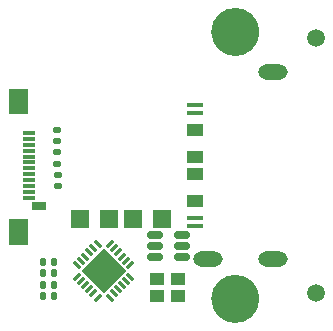
<source format=gbr>
%TF.GenerationSoftware,KiCad,Pcbnew,8.0.8*%
%TF.CreationDate,2025-02-21T00:18:55+11:00*%
%TF.ProjectId,FrameworkDongleHiderRetrofit,4672616d-6577-46f7-926b-446f6e676c65,rev?*%
%TF.SameCoordinates,Original*%
%TF.FileFunction,Soldermask,Top*%
%TF.FilePolarity,Negative*%
%FSLAX46Y46*%
G04 Gerber Fmt 4.6, Leading zero omitted, Abs format (unit mm)*
G04 Created by KiCad (PCBNEW 8.0.8) date 2025-02-21 00:18:55*
%MOMM*%
%LPD*%
G01*
G04 APERTURE LIST*
G04 Aperture macros list*
%AMRoundRect*
0 Rectangle with rounded corners*
0 $1 Rounding radius*
0 $2 $3 $4 $5 $6 $7 $8 $9 X,Y pos of 4 corners*
0 Add a 4 corners polygon primitive as box body*
4,1,4,$2,$3,$4,$5,$6,$7,$8,$9,$2,$3,0*
0 Add four circle primitives for the rounded corners*
1,1,$1+$1,$2,$3*
1,1,$1+$1,$4,$5*
1,1,$1+$1,$6,$7*
1,1,$1+$1,$8,$9*
0 Add four rect primitives between the rounded corners*
20,1,$1+$1,$2,$3,$4,$5,0*
20,1,$1+$1,$4,$5,$6,$7,0*
20,1,$1+$1,$6,$7,$8,$9,0*
20,1,$1+$1,$8,$9,$2,$3,0*%
%AMRotRect*
0 Rectangle, with rotation*
0 The origin of the aperture is its center*
0 $1 length*
0 $2 width*
0 $3 Rotation angle, in degrees counterclockwise*
0 Add horizontal line*
21,1,$1,$2,0,0,$3*%
G04 Aperture macros list end*
%ADD10C,2.050000*%
%ADD11C,0.100000*%
%ADD12RoundRect,0.140000X0.140000X0.170000X-0.140000X0.170000X-0.140000X-0.170000X0.140000X-0.170000X0*%
%ADD13RoundRect,0.140000X0.170000X-0.140000X0.170000X0.140000X-0.170000X0.140000X-0.170000X-0.140000X0*%
%ADD14R,1.150000X1.000000*%
%ADD15R,1.500000X1.500000*%
%ADD16RoundRect,0.150000X0.512500X0.150000X-0.512500X0.150000X-0.512500X-0.150000X0.512500X-0.150000X0*%
%ADD17RoundRect,0.062500X0.291682X-0.203293X-0.203293X0.291682X-0.291682X0.203293X0.203293X-0.291682X0*%
%ADD18RoundRect,0.062500X0.291682X0.203293X0.203293X0.291682X-0.291682X-0.203293X-0.203293X-0.291682X0*%
%ADD19RotRect,2.700000X2.700000X135.000000*%
%ADD20R,1.000000X0.380000*%
%ADD21R,1.150000X0.700000*%
%ADD22C,1.500000*%
%ADD23R,1.400000X1.000000*%
%ADD24R,1.400000X0.450000*%
%ADD25R,1.400000X0.455000*%
%ADD26O,2.500000X1.300000*%
%ADD27RoundRect,0.135000X-0.185000X0.135000X-0.185000X-0.135000X0.185000X-0.135000X0.185000X0.135000X0*%
G04 APERTURE END LIST*
D10*
X155802500Y-90440000D02*
G75*
G02*
X153752500Y-90440000I-1025000J0D01*
G01*
X153752500Y-90440000D02*
G75*
G02*
X155802500Y-90440000I1025000J0D01*
G01*
X155802500Y-113040000D02*
G75*
G02*
X153752500Y-113040000I-1025000J0D01*
G01*
X153752500Y-113040000D02*
G75*
G02*
X155802500Y-113040000I1025000J0D01*
G01*
D11*
X135577500Y-95240000D02*
X137177500Y-95240000D01*
X137177500Y-97265000D01*
X135577500Y-97265000D01*
X135577500Y-95240000D01*
G36*
X135577500Y-95240000D02*
G01*
X137177500Y-95240000D01*
X137177500Y-97265000D01*
X135577500Y-97265000D01*
X135577500Y-95240000D01*
G37*
X135577500Y-106240000D02*
X137177500Y-106240000D01*
X137177500Y-108365000D01*
X135577500Y-108365000D01*
X135577500Y-106240000D01*
G36*
X135577500Y-106240000D02*
G01*
X137177500Y-106240000D01*
X137177500Y-108365000D01*
X135577500Y-108365000D01*
X135577500Y-106240000D01*
G37*
D12*
%TO.C,C6*%
X139457500Y-110860000D03*
X138497500Y-110860000D03*
%TD*%
D13*
%TO.C,C2*%
X139717500Y-99710000D03*
X139717500Y-98750000D03*
%TD*%
D12*
%TO.C,C5*%
X139457500Y-109890000D03*
X138497500Y-109890000D03*
%TD*%
D14*
%TO.C,Y1*%
X149927500Y-111390000D03*
X148177500Y-111390000D03*
X148177500Y-112790000D03*
X149927500Y-112790000D03*
%TD*%
D15*
%TO.C,USB1*%
X148602500Y-106240000D03*
X146102500Y-106240000D03*
X144102500Y-106240000D03*
X141602500Y-106240000D03*
%TD*%
D12*
%TO.C,C7*%
X139457500Y-111830000D03*
X138497500Y-111830000D03*
%TD*%
D16*
%TO.C,U2*%
X150227500Y-109490000D03*
X150227500Y-108540000D03*
X150227500Y-107590000D03*
X147952500Y-107590000D03*
X147952500Y-108540000D03*
X147952500Y-109490000D03*
%TD*%
D17*
%TO.C,U1*%
X144127500Y-112933162D03*
X144481053Y-112579608D03*
X144834606Y-112226055D03*
X145188160Y-111872501D03*
X145541713Y-111518948D03*
X145895267Y-111165395D03*
D18*
X145895267Y-110157767D03*
X145541713Y-109804214D03*
X145188160Y-109450661D03*
X144834606Y-109097107D03*
X144481053Y-108743554D03*
X144127500Y-108390000D03*
D17*
X143119872Y-108390000D03*
X142766319Y-108743554D03*
X142412766Y-109097107D03*
X142059212Y-109450661D03*
X141705659Y-109804214D03*
X141352105Y-110157767D03*
D18*
X141352105Y-111165395D03*
X141705659Y-111518948D03*
X142059212Y-111872501D03*
X142412766Y-112226055D03*
X142766319Y-112579608D03*
X143119872Y-112933162D03*
D19*
X143623686Y-110661581D03*
%TD*%
D20*
%TO.C,P1*%
X137327500Y-104490000D03*
X137327500Y-103990000D03*
X137327500Y-103490000D03*
X137327500Y-102990000D03*
X137327500Y-102490000D03*
X137327500Y-101990000D03*
X137327500Y-101490000D03*
X137327500Y-100990000D03*
X137327500Y-100490000D03*
X137327500Y-99990000D03*
X137327500Y-99490000D03*
X137327500Y-98990000D03*
D21*
X138167500Y-105160000D03*
%TD*%
D22*
%TO.C,REF\u002A\u002A*%
X161577500Y-90940000D03*
%TD*%
D23*
%TO.C,J3*%
X151347500Y-104750000D03*
X151347500Y-102450000D03*
X151347500Y-101050000D03*
X151347500Y-98750000D03*
D24*
X151347500Y-96610000D03*
X151347500Y-97310000D03*
X151347500Y-106190000D03*
D25*
X151347500Y-106877500D03*
D26*
X152447500Y-109700000D03*
X157947500Y-109700000D03*
X157947500Y-93800000D03*
%TD*%
D22*
%TO.C,REF\u002A\u002A*%
X161627500Y-112540000D03*
%TD*%
D27*
%TO.C,R1*%
X139717500Y-100600000D03*
X139717500Y-101620000D03*
%TD*%
D13*
%TO.C,C1*%
X139727500Y-103470000D03*
X139727500Y-102510000D03*
%TD*%
D12*
%TO.C,C8*%
X139457500Y-112800000D03*
X138497500Y-112800000D03*
%TD*%
M02*

</source>
